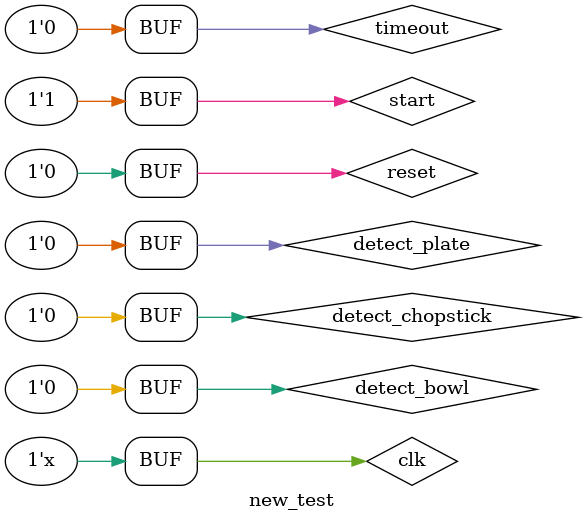
<source format=v>
module new_test();
	reg clk, reset, start, timeout, detect_bowl, detect_chopstick, detect_plate;
	wire motor_1, motor_2, motor_3; 	
	
classify_machine machine1(clk, reset, start, timeout, detect_bowl, detect_chopstick, detect_plate, motor_1, motor_2, motor_3);

	
	initial
		
	begin
	clk = 0;
		reset = 1;
		start = 0;
		timeout = 0;
                detect_bowl = 0;
                detect_chopstick = 0;
                detect_plate = 0;
		
		#5 reset=0;
		#5 start=1;
		#10 detect_bowl=1;detect_plate=0;detect_chopstick=0;
		#10 timeout=1;detect_bowl=0;
		#10 timeout=0;		
		#10 detect_bowl=0;detect_plate=0;detect_chopstick=1;
		#10 timeout=1;detect_chopstick=0;
		#10 timeout=0;	
		#10 detect_bowl=0;detect_plate=1;detect_chopstick=0;
		#10 timeout=1;detect_plate=0;
		#10 timeout=0;
		
	end
	
	always
	begin
		#5 clk = ~clk;
	end
	
	initial
	begin
		$monitor("Time=%d, Clock=%b, Reset=%b, start=%b, timeout=%b, detect_bowl=%b, detect_chopstick=%b, detect_plate=%b, motor_1=%b, motor_2=%b, motor_3=%b",$time, clk, reset, start, timeout, detect_bowl, detect_chopstick, detect_plate, motor_1, motor_2, motor_3);
	end
endmodule

</source>
